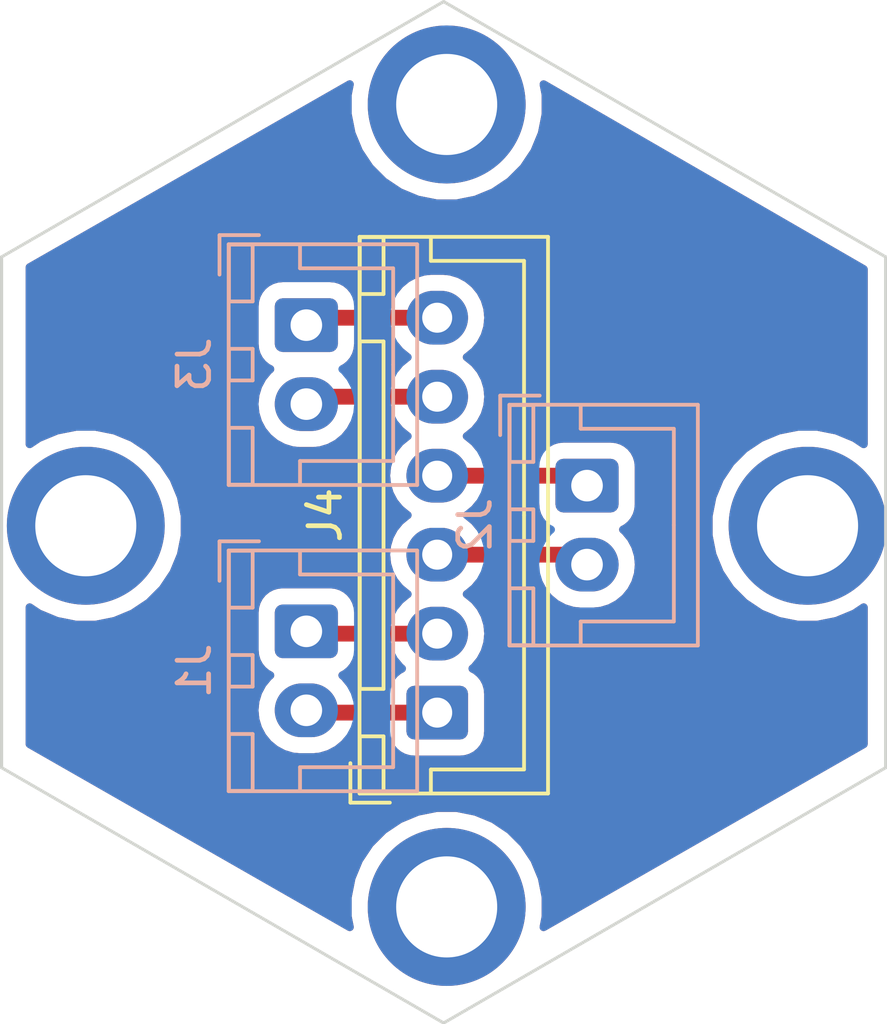
<source format=kicad_pcb>
(kicad_pcb (version 20171130) (host pcbnew "(5.1.10)-1")

  (general
    (thickness 1.6)
    (drawings 6)
    (tracks 16)
    (zones 0)
    (modules 4)
    (nets 7)
  )

  (page A4)
  (layers
    (0 F.Cu signal)
    (31 B.Cu signal)
    (32 B.Adhes user)
    (33 F.Adhes user)
    (34 B.Paste user)
    (35 F.Paste user)
    (36 B.SilkS user)
    (37 F.SilkS user)
    (38 B.Mask user)
    (39 F.Mask user)
    (40 Dwgs.User user)
    (41 Cmts.User user)
    (42 Eco1.User user)
    (43 Eco2.User user)
    (44 Edge.Cuts user)
    (45 Margin user)
    (46 B.CrtYd user)
    (47 F.CrtYd user)
    (48 B.Fab user)
    (49 F.Fab user)
  )

  (setup
    (last_trace_width 0.25)
    (trace_clearance 0.2)
    (zone_clearance 0.508)
    (zone_45_only no)
    (trace_min 0.2)
    (via_size 0.8)
    (via_drill 0.4)
    (via_min_size 0.4)
    (via_min_drill 0.3)
    (uvia_size 0.3)
    (uvia_drill 0.1)
    (uvias_allowed no)
    (uvia_min_size 0.2)
    (uvia_min_drill 0.1)
    (edge_width 0.05)
    (segment_width 0.2)
    (pcb_text_width 0.3)
    (pcb_text_size 1.5 1.5)
    (mod_edge_width 0.12)
    (mod_text_size 1 1)
    (mod_text_width 0.15)
    (pad_size 1.524 1.524)
    (pad_drill 0.762)
    (pad_to_mask_clearance 0)
    (aux_axis_origin 0 0)
    (visible_elements 7FFFFFFF)
    (pcbplotparams
      (layerselection 0x010fc_ffffffff)
      (usegerberextensions false)
      (usegerberattributes true)
      (usegerberadvancedattributes true)
      (creategerberjobfile true)
      (excludeedgelayer true)
      (linewidth 0.100000)
      (plotframeref false)
      (viasonmask false)
      (mode 1)
      (useauxorigin false)
      (hpglpennumber 1)
      (hpglpenspeed 20)
      (hpglpendiameter 15.000000)
      (psnegative false)
      (psa4output false)
      (plotreference true)
      (plotvalue true)
      (plotinvisibletext false)
      (padsonsilk false)
      (subtractmaskfromsilk false)
      (outputformat 1)
      (mirror false)
      (drillshape 0)
      (scaleselection 1)
      (outputdirectory "gerber/"))
  )

  (net 0 "")
  (net 1 "Net-(J1-Pad1)")
  (net 2 "Net-(J1-Pad2)")
  (net 3 "Net-(J2-Pad2)")
  (net 4 "Net-(J2-Pad1)")
  (net 5 "Net-(J3-Pad1)")
  (net 6 "Net-(J3-Pad2)")

  (net_class Default "This is the default net class."
    (clearance 0.2)
    (trace_width 0.25)
    (via_dia 0.8)
    (via_drill 0.4)
    (uvia_dia 0.3)
    (uvia_drill 0.1)
    (add_net "Net-(J1-Pad1)")
    (add_net "Net-(J1-Pad2)")
    (add_net "Net-(J2-Pad1)")
    (add_net "Net-(J2-Pad2)")
    (add_net "Net-(J3-Pad1)")
    (add_net "Net-(J3-Pad2)")
  )

  (module Connector_JST:JST_XH_B2B-XH-A_1x02_P2.50mm_Vertical (layer B.Cu) (tedit 5C28146C) (tstamp 61412C7F)
    (at 82.55 85.892 270)
    (descr "JST XH series connector, B2B-XH-A (http://www.jst-mfg.com/product/pdf/eng/eXH.pdf), generated with kicad-footprint-generator")
    (tags "connector JST XH vertical")
    (path /6140DBF3)
    (fp_text reference J1 (at 1.25 3.55 270) (layer B.SilkS)
      (effects (font (size 1 1) (thickness 0.15)) (justify mirror))
    )
    (fp_text value Conn_01x02 (at 1.25 -4.6 270) (layer B.Fab)
      (effects (font (size 1 1) (thickness 0.15)) (justify mirror))
    )
    (fp_line (start -2.85 2.75) (end -2.85 1.5) (layer B.SilkS) (width 0.12))
    (fp_line (start -1.6 2.75) (end -2.85 2.75) (layer B.SilkS) (width 0.12))
    (fp_line (start 4.3 -2.75) (end 1.25 -2.75) (layer B.SilkS) (width 0.12))
    (fp_line (start 4.3 0.2) (end 4.3 -2.75) (layer B.SilkS) (width 0.12))
    (fp_line (start 5.05 0.2) (end 4.3 0.2) (layer B.SilkS) (width 0.12))
    (fp_line (start -1.8 -2.75) (end 1.25 -2.75) (layer B.SilkS) (width 0.12))
    (fp_line (start -1.8 0.2) (end -1.8 -2.75) (layer B.SilkS) (width 0.12))
    (fp_line (start -2.55 0.2) (end -1.8 0.2) (layer B.SilkS) (width 0.12))
    (fp_line (start 5.05 2.45) (end 3.25 2.45) (layer B.SilkS) (width 0.12))
    (fp_line (start 5.05 1.7) (end 5.05 2.45) (layer B.SilkS) (width 0.12))
    (fp_line (start 3.25 1.7) (end 5.05 1.7) (layer B.SilkS) (width 0.12))
    (fp_line (start 3.25 2.45) (end 3.25 1.7) (layer B.SilkS) (width 0.12))
    (fp_line (start -0.75 2.45) (end -2.55 2.45) (layer B.SilkS) (width 0.12))
    (fp_line (start -0.75 1.7) (end -0.75 2.45) (layer B.SilkS) (width 0.12))
    (fp_line (start -2.55 1.7) (end -0.75 1.7) (layer B.SilkS) (width 0.12))
    (fp_line (start -2.55 2.45) (end -2.55 1.7) (layer B.SilkS) (width 0.12))
    (fp_line (start 1.75 2.45) (end 0.75 2.45) (layer B.SilkS) (width 0.12))
    (fp_line (start 1.75 1.7) (end 1.75 2.45) (layer B.SilkS) (width 0.12))
    (fp_line (start 0.75 1.7) (end 1.75 1.7) (layer B.SilkS) (width 0.12))
    (fp_line (start 0.75 2.45) (end 0.75 1.7) (layer B.SilkS) (width 0.12))
    (fp_line (start 0 1.35) (end 0.625 2.35) (layer B.Fab) (width 0.1))
    (fp_line (start -0.625 2.35) (end 0 1.35) (layer B.Fab) (width 0.1))
    (fp_line (start 5.45 2.85) (end -2.95 2.85) (layer B.CrtYd) (width 0.05))
    (fp_line (start 5.45 -3.9) (end 5.45 2.85) (layer B.CrtYd) (width 0.05))
    (fp_line (start -2.95 -3.9) (end 5.45 -3.9) (layer B.CrtYd) (width 0.05))
    (fp_line (start -2.95 2.85) (end -2.95 -3.9) (layer B.CrtYd) (width 0.05))
    (fp_line (start 5.06 2.46) (end -2.56 2.46) (layer B.SilkS) (width 0.12))
    (fp_line (start 5.06 -3.51) (end 5.06 2.46) (layer B.SilkS) (width 0.12))
    (fp_line (start -2.56 -3.51) (end 5.06 -3.51) (layer B.SilkS) (width 0.12))
    (fp_line (start -2.56 2.46) (end -2.56 -3.51) (layer B.SilkS) (width 0.12))
    (fp_line (start 4.95 2.35) (end -2.45 2.35) (layer B.Fab) (width 0.1))
    (fp_line (start 4.95 -3.4) (end 4.95 2.35) (layer B.Fab) (width 0.1))
    (fp_line (start -2.45 -3.4) (end 4.95 -3.4) (layer B.Fab) (width 0.1))
    (fp_line (start -2.45 2.35) (end -2.45 -3.4) (layer B.Fab) (width 0.1))
    (fp_text user %R (at 1.25 -2.7 270) (layer B.Fab)
      (effects (font (size 1 1) (thickness 0.15)) (justify mirror))
    )
    (pad 1 thru_hole roundrect (at 0 0 270) (size 1.7 2) (drill 1) (layers *.Cu *.Mask) (roundrect_rratio 0.1470588235294118)
      (net 1 "Net-(J1-Pad1)"))
    (pad 2 thru_hole oval (at 2.5 0 270) (size 1.7 2) (drill 1) (layers *.Cu *.Mask)
      (net 2 "Net-(J1-Pad2)"))
    (model ${KISYS3DMOD}/Connector_JST.3dshapes/JST_XH_B2B-XH-A_1x02_P2.50mm_Vertical.wrl
      (at (xyz 0 0 0))
      (scale (xyz 1 1 1))
      (rotate (xyz 0 0 0))
    )
  )

  (module Connector_JST:JST_XH_B2B-XH-A_1x02_P2.50mm_Vertical (layer B.Cu) (tedit 5C28146C) (tstamp 614122C2)
    (at 91.44 81.28 270)
    (descr "JST XH series connector, B2B-XH-A (http://www.jst-mfg.com/product/pdf/eng/eXH.pdf), generated with kicad-footprint-generator")
    (tags "connector JST XH vertical")
    (path /6140EB47)
    (fp_text reference J2 (at 1.25 3.55 270) (layer B.SilkS)
      (effects (font (size 1 1) (thickness 0.15)) (justify mirror))
    )
    (fp_text value Conn_01x02 (at 1.25 -4.6 270) (layer B.Fab)
      (effects (font (size 1 1) (thickness 0.15)) (justify mirror))
    )
    (fp_line (start -2.45 2.35) (end -2.45 -3.4) (layer B.Fab) (width 0.1))
    (fp_line (start -2.45 -3.4) (end 4.95 -3.4) (layer B.Fab) (width 0.1))
    (fp_line (start 4.95 -3.4) (end 4.95 2.35) (layer B.Fab) (width 0.1))
    (fp_line (start 4.95 2.35) (end -2.45 2.35) (layer B.Fab) (width 0.1))
    (fp_line (start -2.56 2.46) (end -2.56 -3.51) (layer B.SilkS) (width 0.12))
    (fp_line (start -2.56 -3.51) (end 5.06 -3.51) (layer B.SilkS) (width 0.12))
    (fp_line (start 5.06 -3.51) (end 5.06 2.46) (layer B.SilkS) (width 0.12))
    (fp_line (start 5.06 2.46) (end -2.56 2.46) (layer B.SilkS) (width 0.12))
    (fp_line (start -2.95 2.85) (end -2.95 -3.9) (layer B.CrtYd) (width 0.05))
    (fp_line (start -2.95 -3.9) (end 5.45 -3.9) (layer B.CrtYd) (width 0.05))
    (fp_line (start 5.45 -3.9) (end 5.45 2.85) (layer B.CrtYd) (width 0.05))
    (fp_line (start 5.45 2.85) (end -2.95 2.85) (layer B.CrtYd) (width 0.05))
    (fp_line (start -0.625 2.35) (end 0 1.35) (layer B.Fab) (width 0.1))
    (fp_line (start 0 1.35) (end 0.625 2.35) (layer B.Fab) (width 0.1))
    (fp_line (start 0.75 2.45) (end 0.75 1.7) (layer B.SilkS) (width 0.12))
    (fp_line (start 0.75 1.7) (end 1.75 1.7) (layer B.SilkS) (width 0.12))
    (fp_line (start 1.75 1.7) (end 1.75 2.45) (layer B.SilkS) (width 0.12))
    (fp_line (start 1.75 2.45) (end 0.75 2.45) (layer B.SilkS) (width 0.12))
    (fp_line (start -2.55 2.45) (end -2.55 1.7) (layer B.SilkS) (width 0.12))
    (fp_line (start -2.55 1.7) (end -0.75 1.7) (layer B.SilkS) (width 0.12))
    (fp_line (start -0.75 1.7) (end -0.75 2.45) (layer B.SilkS) (width 0.12))
    (fp_line (start -0.75 2.45) (end -2.55 2.45) (layer B.SilkS) (width 0.12))
    (fp_line (start 3.25 2.45) (end 3.25 1.7) (layer B.SilkS) (width 0.12))
    (fp_line (start 3.25 1.7) (end 5.05 1.7) (layer B.SilkS) (width 0.12))
    (fp_line (start 5.05 1.7) (end 5.05 2.45) (layer B.SilkS) (width 0.12))
    (fp_line (start 5.05 2.45) (end 3.25 2.45) (layer B.SilkS) (width 0.12))
    (fp_line (start -2.55 0.2) (end -1.8 0.2) (layer B.SilkS) (width 0.12))
    (fp_line (start -1.8 0.2) (end -1.8 -2.75) (layer B.SilkS) (width 0.12))
    (fp_line (start -1.8 -2.75) (end 1.25 -2.75) (layer B.SilkS) (width 0.12))
    (fp_line (start 5.05 0.2) (end 4.3 0.2) (layer B.SilkS) (width 0.12))
    (fp_line (start 4.3 0.2) (end 4.3 -2.75) (layer B.SilkS) (width 0.12))
    (fp_line (start 4.3 -2.75) (end 1.25 -2.75) (layer B.SilkS) (width 0.12))
    (fp_line (start -1.6 2.75) (end -2.85 2.75) (layer B.SilkS) (width 0.12))
    (fp_line (start -2.85 2.75) (end -2.85 1.5) (layer B.SilkS) (width 0.12))
    (fp_text user %R (at 1.25 -2.7 270) (layer B.Fab)
      (effects (font (size 1 1) (thickness 0.15)) (justify mirror))
    )
    (pad 2 thru_hole oval (at 2.5 0 270) (size 1.7 2) (drill 1) (layers *.Cu *.Mask)
      (net 3 "Net-(J2-Pad2)"))
    (pad 1 thru_hole roundrect (at 0 0 270) (size 1.7 2) (drill 1) (layers *.Cu *.Mask) (roundrect_rratio 0.1470588235294118)
      (net 4 "Net-(J2-Pad1)"))
    (model ${KISYS3DMOD}/Connector_JST.3dshapes/JST_XH_B2B-XH-A_1x02_P2.50mm_Vertical.wrl
      (at (xyz 0 0 0))
      (scale (xyz 1 1 1))
      (rotate (xyz 0 0 0))
    )
  )

  (module Connector_JST:JST_XH_B2B-XH-A_1x02_P2.50mm_Vertical (layer B.Cu) (tedit 5C28146C) (tstamp 61412106)
    (at 82.55 76.2 270)
    (descr "JST XH series connector, B2B-XH-A (http://www.jst-mfg.com/product/pdf/eng/eXH.pdf), generated with kicad-footprint-generator")
    (tags "connector JST XH vertical")
    (path /6140FECB)
    (fp_text reference J3 (at 1.25 3.55 270) (layer B.SilkS)
      (effects (font (size 1 1) (thickness 0.15)) (justify mirror))
    )
    (fp_text value Conn_01x02 (at 1.25 -4.6 270) (layer B.Fab)
      (effects (font (size 1 1) (thickness 0.15)) (justify mirror))
    )
    (fp_line (start -2.85 2.75) (end -2.85 1.5) (layer B.SilkS) (width 0.12))
    (fp_line (start -1.6 2.75) (end -2.85 2.75) (layer B.SilkS) (width 0.12))
    (fp_line (start 4.3 -2.75) (end 1.25 -2.75) (layer B.SilkS) (width 0.12))
    (fp_line (start 4.3 0.2) (end 4.3 -2.75) (layer B.SilkS) (width 0.12))
    (fp_line (start 5.05 0.2) (end 4.3 0.2) (layer B.SilkS) (width 0.12))
    (fp_line (start -1.8 -2.75) (end 1.25 -2.75) (layer B.SilkS) (width 0.12))
    (fp_line (start -1.8 0.2) (end -1.8 -2.75) (layer B.SilkS) (width 0.12))
    (fp_line (start -2.55 0.2) (end -1.8 0.2) (layer B.SilkS) (width 0.12))
    (fp_line (start 5.05 2.45) (end 3.25 2.45) (layer B.SilkS) (width 0.12))
    (fp_line (start 5.05 1.7) (end 5.05 2.45) (layer B.SilkS) (width 0.12))
    (fp_line (start 3.25 1.7) (end 5.05 1.7) (layer B.SilkS) (width 0.12))
    (fp_line (start 3.25 2.45) (end 3.25 1.7) (layer B.SilkS) (width 0.12))
    (fp_line (start -0.75 2.45) (end -2.55 2.45) (layer B.SilkS) (width 0.12))
    (fp_line (start -0.75 1.7) (end -0.75 2.45) (layer B.SilkS) (width 0.12))
    (fp_line (start -2.55 1.7) (end -0.75 1.7) (layer B.SilkS) (width 0.12))
    (fp_line (start -2.55 2.45) (end -2.55 1.7) (layer B.SilkS) (width 0.12))
    (fp_line (start 1.75 2.45) (end 0.75 2.45) (layer B.SilkS) (width 0.12))
    (fp_line (start 1.75 1.7) (end 1.75 2.45) (layer B.SilkS) (width 0.12))
    (fp_line (start 0.75 1.7) (end 1.75 1.7) (layer B.SilkS) (width 0.12))
    (fp_line (start 0.75 2.45) (end 0.75 1.7) (layer B.SilkS) (width 0.12))
    (fp_line (start 0 1.35) (end 0.625 2.35) (layer B.Fab) (width 0.1))
    (fp_line (start -0.625 2.35) (end 0 1.35) (layer B.Fab) (width 0.1))
    (fp_line (start 5.45 2.85) (end -2.95 2.85) (layer B.CrtYd) (width 0.05))
    (fp_line (start 5.45 -3.9) (end 5.45 2.85) (layer B.CrtYd) (width 0.05))
    (fp_line (start -2.95 -3.9) (end 5.45 -3.9) (layer B.CrtYd) (width 0.05))
    (fp_line (start -2.95 2.85) (end -2.95 -3.9) (layer B.CrtYd) (width 0.05))
    (fp_line (start 5.06 2.46) (end -2.56 2.46) (layer B.SilkS) (width 0.12))
    (fp_line (start 5.06 -3.51) (end 5.06 2.46) (layer B.SilkS) (width 0.12))
    (fp_line (start -2.56 -3.51) (end 5.06 -3.51) (layer B.SilkS) (width 0.12))
    (fp_line (start -2.56 2.46) (end -2.56 -3.51) (layer B.SilkS) (width 0.12))
    (fp_line (start 4.95 2.35) (end -2.45 2.35) (layer B.Fab) (width 0.1))
    (fp_line (start 4.95 -3.4) (end 4.95 2.35) (layer B.Fab) (width 0.1))
    (fp_line (start -2.45 -3.4) (end 4.95 -3.4) (layer B.Fab) (width 0.1))
    (fp_line (start -2.45 2.35) (end -2.45 -3.4) (layer B.Fab) (width 0.1))
    (fp_text user %R (at 1.25 -2.7 270) (layer B.Fab)
      (effects (font (size 1 1) (thickness 0.15)) (justify mirror))
    )
    (pad 1 thru_hole roundrect (at 0 0 270) (size 1.7 2) (drill 1) (layers *.Cu *.Mask) (roundrect_rratio 0.1470588235294118)
      (net 5 "Net-(J3-Pad1)"))
    (pad 2 thru_hole oval (at 2.5 0 270) (size 1.7 2) (drill 1) (layers *.Cu *.Mask)
      (net 6 "Net-(J3-Pad2)"))
    (model ${KISYS3DMOD}/Connector_JST.3dshapes/JST_XH_B2B-XH-A_1x02_P2.50mm_Vertical.wrl
      (at (xyz 0 0 0))
      (scale (xyz 1 1 1))
      (rotate (xyz 0 0 0))
    )
  )

  (module Connector_JST:JST_XH_B6B-XH-A_1x06_P2.50mm_Vertical (layer F.Cu) (tedit 5C28146C) (tstamp 61411DAE)
    (at 86.695001 88.464999 90)
    (descr "JST XH series connector, B6B-XH-A (http://www.jst-mfg.com/product/pdf/eng/eXH.pdf), generated with kicad-footprint-generator")
    (tags "connector JST XH vertical")
    (path /6140B6ED)
    (fp_text reference J4 (at 6.25 -3.55 90) (layer F.SilkS)
      (effects (font (size 1 1) (thickness 0.15)))
    )
    (fp_text value Conn_01x06 (at 6.25 4.6 90) (layer F.Fab)
      (effects (font (size 1 1) (thickness 0.15)))
    )
    (fp_line (start -2.85 -2.75) (end -2.85 -1.5) (layer F.SilkS) (width 0.12))
    (fp_line (start -1.6 -2.75) (end -2.85 -2.75) (layer F.SilkS) (width 0.12))
    (fp_line (start 14.3 2.75) (end 6.25 2.75) (layer F.SilkS) (width 0.12))
    (fp_line (start 14.3 -0.2) (end 14.3 2.75) (layer F.SilkS) (width 0.12))
    (fp_line (start 15.05 -0.2) (end 14.3 -0.2) (layer F.SilkS) (width 0.12))
    (fp_line (start -1.8 2.75) (end 6.25 2.75) (layer F.SilkS) (width 0.12))
    (fp_line (start -1.8 -0.2) (end -1.8 2.75) (layer F.SilkS) (width 0.12))
    (fp_line (start -2.55 -0.2) (end -1.8 -0.2) (layer F.SilkS) (width 0.12))
    (fp_line (start 15.05 -2.45) (end 13.25 -2.45) (layer F.SilkS) (width 0.12))
    (fp_line (start 15.05 -1.7) (end 15.05 -2.45) (layer F.SilkS) (width 0.12))
    (fp_line (start 13.25 -1.7) (end 15.05 -1.7) (layer F.SilkS) (width 0.12))
    (fp_line (start 13.25 -2.45) (end 13.25 -1.7) (layer F.SilkS) (width 0.12))
    (fp_line (start -0.75 -2.45) (end -2.55 -2.45) (layer F.SilkS) (width 0.12))
    (fp_line (start -0.75 -1.7) (end -0.75 -2.45) (layer F.SilkS) (width 0.12))
    (fp_line (start -2.55 -1.7) (end -0.75 -1.7) (layer F.SilkS) (width 0.12))
    (fp_line (start -2.55 -2.45) (end -2.55 -1.7) (layer F.SilkS) (width 0.12))
    (fp_line (start 11.75 -2.45) (end 0.75 -2.45) (layer F.SilkS) (width 0.12))
    (fp_line (start 11.75 -1.7) (end 11.75 -2.45) (layer F.SilkS) (width 0.12))
    (fp_line (start 0.75 -1.7) (end 11.75 -1.7) (layer F.SilkS) (width 0.12))
    (fp_line (start 0.75 -2.45) (end 0.75 -1.7) (layer F.SilkS) (width 0.12))
    (fp_line (start 0 -1.35) (end 0.625 -2.35) (layer F.Fab) (width 0.1))
    (fp_line (start -0.625 -2.35) (end 0 -1.35) (layer F.Fab) (width 0.1))
    (fp_line (start 15.45 -2.85) (end -2.95 -2.85) (layer F.CrtYd) (width 0.05))
    (fp_line (start 15.45 3.9) (end 15.45 -2.85) (layer F.CrtYd) (width 0.05))
    (fp_line (start -2.95 3.9) (end 15.45 3.9) (layer F.CrtYd) (width 0.05))
    (fp_line (start -2.95 -2.85) (end -2.95 3.9) (layer F.CrtYd) (width 0.05))
    (fp_line (start 15.06 -2.46) (end -2.56 -2.46) (layer F.SilkS) (width 0.12))
    (fp_line (start 15.06 3.51) (end 15.06 -2.46) (layer F.SilkS) (width 0.12))
    (fp_line (start -2.56 3.51) (end 15.06 3.51) (layer F.SilkS) (width 0.12))
    (fp_line (start -2.56 -2.46) (end -2.56 3.51) (layer F.SilkS) (width 0.12))
    (fp_line (start 14.95 -2.35) (end -2.45 -2.35) (layer F.Fab) (width 0.1))
    (fp_line (start 14.95 3.4) (end 14.95 -2.35) (layer F.Fab) (width 0.1))
    (fp_line (start -2.45 3.4) (end 14.95 3.4) (layer F.Fab) (width 0.1))
    (fp_line (start -2.45 -2.35) (end -2.45 3.4) (layer F.Fab) (width 0.1))
    (fp_text user %R (at 6.25 2.7 90) (layer F.Fab)
      (effects (font (size 1 1) (thickness 0.15)))
    )
    (pad 1 thru_hole roundrect (at 0 0 90) (size 1.7 1.95) (drill 0.95) (layers *.Cu *.Mask) (roundrect_rratio 0.1470588235294118)
      (net 2 "Net-(J1-Pad2)"))
    (pad 2 thru_hole oval (at 2.5 0 90) (size 1.7 1.95) (drill 0.95) (layers *.Cu *.Mask)
      (net 1 "Net-(J1-Pad1)"))
    (pad 3 thru_hole oval (at 5 0 90) (size 1.7 1.95) (drill 0.95) (layers *.Cu *.Mask)
      (net 3 "Net-(J2-Pad2)"))
    (pad 4 thru_hole oval (at 7.5 0 90) (size 1.7 1.95) (drill 0.95) (layers *.Cu *.Mask)
      (net 4 "Net-(J2-Pad1)"))
    (pad 5 thru_hole oval (at 10 0 90) (size 1.7 1.95) (drill 0.95) (layers *.Cu *.Mask)
      (net 6 "Net-(J3-Pad2)"))
    (pad 6 thru_hole oval (at 12.5 0 90) (size 1.7 1.95) (drill 0.95) (layers *.Cu *.Mask)
      (net 5 "Net-(J3-Pad1)"))
    (model ${KISYS3DMOD}/Connector_JST.3dshapes/JST_XH_B6B-XH-A_1x06_P2.50mm_Vertical.wrl
      (at (xyz 0 0 0))
      (scale (xyz 1 1 1))
      (rotate (xyz 0 0 0))
    )
  )

  (gr_line (start 100.898 74.041) (end 86.898 65.958096) (layer Edge.Cuts) (width 0.1))
  (gr_line (start 86.898 65.958096) (end 72.898 74.041) (layer Edge.Cuts) (width 0.1))
  (gr_line (start 100.898 90.206808) (end 100.898 74.041) (layer Edge.Cuts) (width 0.1))
  (gr_line (start 86.898 98.289712) (end 100.898 90.206808) (layer Edge.Cuts) (width 0.1))
  (gr_line (start 72.898 90.206808) (end 86.898 98.289712) (layer Edge.Cuts) (width 0.1))
  (gr_line (start 72.898 74.041) (end 72.898 90.206808) (layer Edge.Cuts) (width 0.1))

  (via (at 75.565 82.55) (size 5) (drill 3.2) (layers F.Cu B.Cu) (net 0) (tstamp 6153F809))
  (via (at 86.995 94.615) (size 5) (drill 3.2) (layers F.Cu B.Cu) (net 0) (tstamp 6153F814))
  (via (at 98.425 82.55) (size 5) (drill 3.2) (layers F.Cu B.Cu) (net 0) (tstamp 6153F820))
  (via (at 86.995 69.215) (size 5) (drill 3.2) (layers F.Cu B.Cu) (net 0) (tstamp 6153F826))
  (segment (start 82.622999 85.964999) (end 82.55 85.892) (width 0.25) (layer F.Cu) (net 1))
  (segment (start 86.695001 85.964999) (end 82.622999 85.964999) (width 0.5) (layer F.Cu) (net 1))
  (segment (start 82.622999 88.464999) (end 82.55 88.392) (width 0.25) (layer F.Cu) (net 2))
  (segment (start 86.695001 88.464999) (end 82.622999 88.464999) (width 0.5) (layer F.Cu) (net 2))
  (segment (start 91.124999 83.464999) (end 91.44 83.78) (width 0.25) (layer F.Cu) (net 3))
  (segment (start 86.695001 83.464999) (end 91.124999 83.464999) (width 0.5) (layer F.Cu) (net 3))
  (segment (start 91.124999 80.964999) (end 91.44 81.28) (width 0.25) (layer F.Cu) (net 4))
  (segment (start 86.695001 80.964999) (end 91.124999 80.964999) (width 0.5) (layer F.Cu) (net 4))
  (segment (start 82.785001 75.964999) (end 82.55 76.2) (width 0.25) (layer F.Cu) (net 5))
  (segment (start 86.695001 75.964999) (end 82.785001 75.964999) (width 0.5) (layer F.Cu) (net 5))
  (segment (start 82.785001 78.464999) (end 82.55 78.7) (width 0.25) (layer F.Cu) (net 6))
  (segment (start 86.695001 78.464999) (end 82.785001 78.464999) (width 0.5) (layer F.Cu) (net 6))

  (zone (net 0) (net_name "") (layer F.Cu) (tstamp 0) (hatch edge 0.508)
    (connect_pads (clearance 0.508))
    (min_thickness 0.254)
    (fill yes (arc_segments 32) (thermal_gap 0.508) (thermal_bridge_width 0.508))
    (polygon
      (pts
        (xy 100.33 74.295) (xy 100.33 89.535) (xy 86.995 97.155) (xy 73.66 89.535) (xy 73.66 74.295)
        (xy 86.995 66.675)
      )
    )
    (filled_polygon
      (pts
        (xy 83.86 68.906229) (xy 83.86 69.523771) (xy 83.980476 70.129446) (xy 84.216799 70.699979) (xy 84.559886 71.213446)
        (xy 84.996554 71.650114) (xy 85.510021 71.993201) (xy 86.080554 72.229524) (xy 86.686229 72.35) (xy 87.303771 72.35)
        (xy 87.909446 72.229524) (xy 88.479979 71.993201) (xy 88.993446 71.650114) (xy 89.430114 71.213446) (xy 89.773201 70.699979)
        (xy 90.009524 70.129446) (xy 90.13 69.523771) (xy 90.13 68.906229) (xy 90.064569 68.577285) (xy 100.203 74.430712)
        (xy 100.203 79.967589) (xy 99.909979 79.771799) (xy 99.339446 79.535476) (xy 98.733771 79.415) (xy 98.116229 79.415)
        (xy 97.510554 79.535476) (xy 96.940021 79.771799) (xy 96.426554 80.114886) (xy 95.989886 80.551554) (xy 95.646799 81.065021)
        (xy 95.410476 81.635554) (xy 95.29 82.241229) (xy 95.29 82.858771) (xy 95.410476 83.464446) (xy 95.646799 84.034979)
        (xy 95.989886 84.548446) (xy 96.426554 84.985114) (xy 96.940021 85.328201) (xy 97.510554 85.564524) (xy 98.116229 85.685)
        (xy 98.733771 85.685) (xy 99.339446 85.564524) (xy 99.909979 85.328201) (xy 100.203 85.132411) (xy 100.203 89.461299)
        (xy 90.064126 95.254941) (xy 90.13 94.923771) (xy 90.13 94.306229) (xy 90.009524 93.700554) (xy 89.773201 93.130021)
        (xy 89.430114 92.616554) (xy 88.993446 92.179886) (xy 88.479979 91.836799) (xy 87.909446 91.600476) (xy 87.303771 91.48)
        (xy 86.686229 91.48) (xy 86.080554 91.600476) (xy 85.510021 91.836799) (xy 84.996554 92.179886) (xy 84.559886 92.616554)
        (xy 84.216799 93.130021) (xy 83.980476 93.700554) (xy 83.86 94.306229) (xy 83.86 94.923771) (xy 83.925874 95.254941)
        (xy 73.787 89.461299) (xy 73.787 85.132411) (xy 74.080021 85.328201) (xy 74.650554 85.564524) (xy 75.256229 85.685)
        (xy 75.873771 85.685) (xy 76.479446 85.564524) (xy 77.049979 85.328201) (xy 77.563446 84.985114) (xy 78.000114 84.548446)
        (xy 78.343201 84.034979) (xy 78.579524 83.464446) (xy 78.7 82.858771) (xy 78.7 82.241229) (xy 78.579524 81.635554)
        (xy 78.343201 81.065021) (xy 78.000114 80.551554) (xy 77.563446 80.114886) (xy 77.049979 79.771799) (xy 76.479446 79.535476)
        (xy 75.873771 79.415) (xy 75.256229 79.415) (xy 74.650554 79.535476) (xy 74.080021 79.771799) (xy 73.787 79.967589)
        (xy 73.787 78.7) (xy 80.907815 78.7) (xy 80.936487 78.991111) (xy 81.021401 79.271034) (xy 81.159294 79.529014)
        (xy 81.344866 79.755134) (xy 81.570986 79.940706) (xy 81.828966 80.078599) (xy 82.108889 80.163513) (xy 82.32705 80.185)
        (xy 82.77295 80.185) (xy 82.991111 80.163513) (xy 83.271034 80.078599) (xy 83.529014 79.940706) (xy 83.755134 79.755134)
        (xy 83.940706 79.529014) (xy 84.036391 79.349999) (xy 85.375242 79.349999) (xy 85.514867 79.520133) (xy 85.740987 79.705705)
        (xy 85.758375 79.714999) (xy 85.740987 79.724293) (xy 85.514867 79.909865) (xy 85.329295 80.135985) (xy 85.191402 80.393965)
        (xy 85.106488 80.673888) (xy 85.077816 80.964999) (xy 85.106488 81.25611) (xy 85.191402 81.536033) (xy 85.329295 81.794013)
        (xy 85.514867 82.020133) (xy 85.740987 82.205705) (xy 85.758375 82.214999) (xy 85.740987 82.224293) (xy 85.514867 82.409865)
        (xy 85.329295 82.635985) (xy 85.191402 82.893965) (xy 85.106488 83.173888) (xy 85.077816 83.464999) (xy 85.106488 83.75611)
        (xy 85.191402 84.036033) (xy 85.329295 84.294013) (xy 85.514867 84.520133) (xy 85.740987 84.705705) (xy 85.758375 84.714999)
        (xy 85.740987 84.724293) (xy 85.514867 84.909865) (xy 85.375242 85.079999) (xy 84.159254 85.079999) (xy 84.120472 84.95215)
        (xy 84.038405 84.798614) (xy 83.927962 84.664038) (xy 83.793386 84.553595) (xy 83.63985 84.471528) (xy 83.473254 84.420992)
        (xy 83.3 84.403928) (xy 81.8 84.403928) (xy 81.626746 84.420992) (xy 81.46015 84.471528) (xy 81.306614 84.553595)
        (xy 81.172038 84.664038) (xy 81.061595 84.798614) (xy 80.979528 84.95215) (xy 80.928992 85.118746) (xy 80.911928 85.292)
        (xy 80.911928 86.492) (xy 80.928992 86.665254) (xy 80.979528 86.83185) (xy 81.061595 86.985386) (xy 81.172038 87.119962)
        (xy 81.306614 87.230405) (xy 81.408337 87.284777) (xy 81.344866 87.336866) (xy 81.159294 87.562986) (xy 81.021401 87.820966)
        (xy 80.936487 88.100889) (xy 80.907815 88.392) (xy 80.936487 88.683111) (xy 81.021401 88.963034) (xy 81.159294 89.221014)
        (xy 81.344866 89.447134) (xy 81.570986 89.632706) (xy 81.828966 89.770599) (xy 82.108889 89.855513) (xy 82.32705 89.877)
        (xy 82.77295 89.877) (xy 82.991111 89.855513) (xy 83.271034 89.770599) (xy 83.529014 89.632706) (xy 83.755134 89.447134)
        (xy 83.834851 89.349999) (xy 85.132891 89.349999) (xy 85.149529 89.404849) (xy 85.231596 89.558385) (xy 85.342039 89.692961)
        (xy 85.476615 89.803404) (xy 85.630151 89.885471) (xy 85.796747 89.936007) (xy 85.970001 89.953071) (xy 87.420001 89.953071)
        (xy 87.593255 89.936007) (xy 87.759851 89.885471) (xy 87.913387 89.803404) (xy 88.047963 89.692961) (xy 88.158406 89.558385)
        (xy 88.240473 89.404849) (xy 88.291009 89.238253) (xy 88.308073 89.064999) (xy 88.308073 87.864999) (xy 88.291009 87.691745)
        (xy 88.240473 87.525149) (xy 88.158406 87.371613) (xy 88.047963 87.237037) (xy 87.913387 87.126594) (xy 87.811664 87.072222)
        (xy 87.875135 87.020133) (xy 88.060707 86.794013) (xy 88.1986 86.536033) (xy 88.283514 86.25611) (xy 88.312186 85.964999)
        (xy 88.283514 85.673888) (xy 88.1986 85.393965) (xy 88.060707 85.135985) (xy 87.875135 84.909865) (xy 87.649015 84.724293)
        (xy 87.631627 84.714999) (xy 87.649015 84.705705) (xy 87.875135 84.520133) (xy 88.01476 84.349999) (xy 89.911087 84.349999)
        (xy 89.911401 84.351034) (xy 90.049294 84.609014) (xy 90.234866 84.835134) (xy 90.460986 85.020706) (xy 90.718966 85.158599)
        (xy 90.998889 85.243513) (xy 91.21705 85.265) (xy 91.66295 85.265) (xy 91.881111 85.243513) (xy 92.161034 85.158599)
        (xy 92.419014 85.020706) (xy 92.645134 84.835134) (xy 92.830706 84.609014) (xy 92.968599 84.351034) (xy 93.053513 84.071111)
        (xy 93.082185 83.78) (xy 93.053513 83.488889) (xy 92.968599 83.208966) (xy 92.830706 82.950986) (xy 92.645134 82.724866)
        (xy 92.581663 82.672777) (xy 92.683386 82.618405) (xy 92.817962 82.507962) (xy 92.928405 82.373386) (xy 93.010472 82.21985)
        (xy 93.061008 82.053254) (xy 93.078072 81.88) (xy 93.078072 80.68) (xy 93.061008 80.506746) (xy 93.010472 80.34015)
        (xy 92.928405 80.186614) (xy 92.817962 80.052038) (xy 92.683386 79.941595) (xy 92.52985 79.859528) (xy 92.363254 79.808992)
        (xy 92.19 79.791928) (xy 90.69 79.791928) (xy 90.516746 79.808992) (xy 90.35015 79.859528) (xy 90.196614 79.941595)
        (xy 90.062038 80.052038) (xy 90.039091 80.079999) (xy 88.01476 80.079999) (xy 87.875135 79.909865) (xy 87.649015 79.724293)
        (xy 87.631627 79.714999) (xy 87.649015 79.705705) (xy 87.875135 79.520133) (xy 88.060707 79.294013) (xy 88.1986 79.036033)
        (xy 88.283514 78.75611) (xy 88.312186 78.464999) (xy 88.283514 78.173888) (xy 88.1986 77.893965) (xy 88.060707 77.635985)
        (xy 87.875135 77.409865) (xy 87.649015 77.224293) (xy 87.631627 77.214999) (xy 87.649015 77.205705) (xy 87.875135 77.020133)
        (xy 88.060707 76.794013) (xy 88.1986 76.536033) (xy 88.283514 76.25611) (xy 88.312186 75.964999) (xy 88.283514 75.673888)
        (xy 88.1986 75.393965) (xy 88.060707 75.135985) (xy 87.875135 74.909865) (xy 87.649015 74.724293) (xy 87.391035 74.5864)
        (xy 87.111112 74.501486) (xy 86.892951 74.479999) (xy 86.497051 74.479999) (xy 86.27889 74.501486) (xy 85.998967 74.5864)
        (xy 85.740987 74.724293) (xy 85.514867 74.909865) (xy 85.375242 75.079999) (xy 84.016563 75.079999) (xy 83.927962 74.972038)
        (xy 83.793386 74.861595) (xy 83.63985 74.779528) (xy 83.473254 74.728992) (xy 83.3 74.711928) (xy 81.8 74.711928)
        (xy 81.626746 74.728992) (xy 81.46015 74.779528) (xy 81.306614 74.861595) (xy 81.172038 74.972038) (xy 81.061595 75.106614)
        (xy 80.979528 75.26015) (xy 80.928992 75.426746) (xy 80.911928 75.6) (xy 80.911928 76.8) (xy 80.928992 76.973254)
        (xy 80.979528 77.13985) (xy 81.061595 77.293386) (xy 81.172038 77.427962) (xy 81.306614 77.538405) (xy 81.408337 77.592777)
        (xy 81.344866 77.644866) (xy 81.159294 77.870986) (xy 81.021401 78.128966) (xy 80.936487 78.408889) (xy 80.907815 78.7)
        (xy 73.787 78.7) (xy 73.787 74.368701) (xy 83.925874 68.575059)
      )
    )
    (filled_polygon
      (pts
        (xy 85.514867 87.020133) (xy 85.578338 87.072222) (xy 85.476615 87.126594) (xy 85.342039 87.237037) (xy 85.231596 87.371613)
        (xy 85.149529 87.525149) (xy 85.132891 87.579999) (xy 83.9498 87.579999) (xy 83.940706 87.562986) (xy 83.755134 87.336866)
        (xy 83.691663 87.284777) (xy 83.793386 87.230405) (xy 83.927962 87.119962) (xy 84.038405 86.985386) (xy 84.110771 86.849999)
        (xy 85.375242 86.849999)
      )
    )
    (filled_polygon
      (pts
        (xy 89.801928 81.88) (xy 89.818992 82.053254) (xy 89.869528 82.21985) (xy 89.951595 82.373386) (xy 90.062038 82.507962)
        (xy 90.149816 82.579999) (xy 88.01476 82.579999) (xy 87.875135 82.409865) (xy 87.649015 82.224293) (xy 87.631627 82.214999)
        (xy 87.649015 82.205705) (xy 87.875135 82.020133) (xy 88.01476 81.849999) (xy 89.801928 81.849999)
      )
    )
    (filled_polygon
      (pts
        (xy 85.514867 77.020133) (xy 85.740987 77.205705) (xy 85.758375 77.214999) (xy 85.740987 77.224293) (xy 85.514867 77.409865)
        (xy 85.375242 77.579999) (xy 83.715569 77.579999) (xy 83.793386 77.538405) (xy 83.927962 77.427962) (xy 84.038405 77.293386)
        (xy 84.120472 77.13985) (xy 84.171008 76.973254) (xy 84.183148 76.849999) (xy 85.375242 76.849999)
      )
    )
  )
  (zone (net 0) (net_name "") (layer B.Cu) (tstamp 0) (hatch edge 0.508)
    (connect_pads (clearance 0.508))
    (min_thickness 0.254)
    (fill yes (arc_segments 32) (thermal_gap 0.508) (thermal_bridge_width 0.508))
    (polygon
      (pts
        (xy 100.33 74.295) (xy 100.33 89.535) (xy 86.995 97.155) (xy 73.66 89.535) (xy 73.66 74.295)
        (xy 86.995 66.675)
      )
    )
    (filled_polygon
      (pts
        (xy 83.86 68.906229) (xy 83.86 69.523771) (xy 83.980476 70.129446) (xy 84.216799 70.699979) (xy 84.559886 71.213446)
        (xy 84.996554 71.650114) (xy 85.510021 71.993201) (xy 86.080554 72.229524) (xy 86.686229 72.35) (xy 87.303771 72.35)
        (xy 87.909446 72.229524) (xy 88.479979 71.993201) (xy 88.993446 71.650114) (xy 89.430114 71.213446) (xy 89.773201 70.699979)
        (xy 90.009524 70.129446) (xy 90.13 69.523771) (xy 90.13 68.906229) (xy 90.064569 68.577285) (xy 100.203 74.430712)
        (xy 100.203 79.967589) (xy 99.909979 79.771799) (xy 99.339446 79.535476) (xy 98.733771 79.415) (xy 98.116229 79.415)
        (xy 97.510554 79.535476) (xy 96.940021 79.771799) (xy 96.426554 80.114886) (xy 95.989886 80.551554) (xy 95.646799 81.065021)
        (xy 95.410476 81.635554) (xy 95.29 82.241229) (xy 95.29 82.858771) (xy 95.410476 83.464446) (xy 95.646799 84.034979)
        (xy 95.989886 84.548446) (xy 96.426554 84.985114) (xy 96.940021 85.328201) (xy 97.510554 85.564524) (xy 98.116229 85.685)
        (xy 98.733771 85.685) (xy 99.339446 85.564524) (xy 99.909979 85.328201) (xy 100.203 85.132411) (xy 100.203 89.461299)
        (xy 90.064126 95.254941) (xy 90.13 94.923771) (xy 90.13 94.306229) (xy 90.009524 93.700554) (xy 89.773201 93.130021)
        (xy 89.430114 92.616554) (xy 88.993446 92.179886) (xy 88.479979 91.836799) (xy 87.909446 91.600476) (xy 87.303771 91.48)
        (xy 86.686229 91.48) (xy 86.080554 91.600476) (xy 85.510021 91.836799) (xy 84.996554 92.179886) (xy 84.559886 92.616554)
        (xy 84.216799 93.130021) (xy 83.980476 93.700554) (xy 83.86 94.306229) (xy 83.86 94.923771) (xy 83.925874 95.254941)
        (xy 73.787 89.461299) (xy 73.787 88.392) (xy 80.907815 88.392) (xy 80.936487 88.683111) (xy 81.021401 88.963034)
        (xy 81.159294 89.221014) (xy 81.344866 89.447134) (xy 81.570986 89.632706) (xy 81.828966 89.770599) (xy 82.108889 89.855513)
        (xy 82.32705 89.877) (xy 82.77295 89.877) (xy 82.991111 89.855513) (xy 83.271034 89.770599) (xy 83.529014 89.632706)
        (xy 83.755134 89.447134) (xy 83.940706 89.221014) (xy 84.078599 88.963034) (xy 84.163513 88.683111) (xy 84.192185 88.392)
        (xy 84.163513 88.100889) (xy 84.078599 87.820966) (xy 83.940706 87.562986) (xy 83.755134 87.336866) (xy 83.691663 87.284777)
        (xy 83.793386 87.230405) (xy 83.927962 87.119962) (xy 84.038405 86.985386) (xy 84.120472 86.83185) (xy 84.171008 86.665254)
        (xy 84.188072 86.492) (xy 84.188072 85.292) (xy 84.171008 85.118746) (xy 84.120472 84.95215) (xy 84.038405 84.798614)
        (xy 83.927962 84.664038) (xy 83.793386 84.553595) (xy 83.63985 84.471528) (xy 83.473254 84.420992) (xy 83.3 84.403928)
        (xy 81.8 84.403928) (xy 81.626746 84.420992) (xy 81.46015 84.471528) (xy 81.306614 84.553595) (xy 81.172038 84.664038)
        (xy 81.061595 84.798614) (xy 80.979528 84.95215) (xy 80.928992 85.118746) (xy 80.911928 85.292) (xy 80.911928 86.492)
        (xy 80.928992 86.665254) (xy 80.979528 86.83185) (xy 81.061595 86.985386) (xy 81.172038 87.119962) (xy 81.306614 87.230405)
        (xy 81.408337 87.284777) (xy 81.344866 87.336866) (xy 81.159294 87.562986) (xy 81.021401 87.820966) (xy 80.936487 88.100889)
        (xy 80.907815 88.392) (xy 73.787 88.392) (xy 73.787 85.132411) (xy 74.080021 85.328201) (xy 74.650554 85.564524)
        (xy 75.256229 85.685) (xy 75.873771 85.685) (xy 76.479446 85.564524) (xy 77.049979 85.328201) (xy 77.563446 84.985114)
        (xy 78.000114 84.548446) (xy 78.343201 84.034979) (xy 78.579524 83.464446) (xy 78.7 82.858771) (xy 78.7 82.241229)
        (xy 78.579524 81.635554) (xy 78.343201 81.065021) (xy 78.000114 80.551554) (xy 77.563446 80.114886) (xy 77.049979 79.771799)
        (xy 76.479446 79.535476) (xy 75.873771 79.415) (xy 75.256229 79.415) (xy 74.650554 79.535476) (xy 74.080021 79.771799)
        (xy 73.787 79.967589) (xy 73.787 78.7) (xy 80.907815 78.7) (xy 80.936487 78.991111) (xy 81.021401 79.271034)
        (xy 81.159294 79.529014) (xy 81.344866 79.755134) (xy 81.570986 79.940706) (xy 81.828966 80.078599) (xy 82.108889 80.163513)
        (xy 82.32705 80.185) (xy 82.77295 80.185) (xy 82.991111 80.163513) (xy 83.271034 80.078599) (xy 83.529014 79.940706)
        (xy 83.755134 79.755134) (xy 83.940706 79.529014) (xy 84.078599 79.271034) (xy 84.163513 78.991111) (xy 84.192185 78.7)
        (xy 84.163513 78.408889) (xy 84.078599 78.128966) (xy 83.940706 77.870986) (xy 83.755134 77.644866) (xy 83.691663 77.592777)
        (xy 83.793386 77.538405) (xy 83.927962 77.427962) (xy 84.038405 77.293386) (xy 84.120472 77.13985) (xy 84.171008 76.973254)
        (xy 84.188072 76.8) (xy 84.188072 75.964999) (xy 85.077816 75.964999) (xy 85.106488 76.25611) (xy 85.191402 76.536033)
        (xy 85.329295 76.794013) (xy 85.514867 77.020133) (xy 85.740987 77.205705) (xy 85.758375 77.214999) (xy 85.740987 77.224293)
        (xy 85.514867 77.409865) (xy 85.329295 77.635985) (xy 85.191402 77.893965) (xy 85.106488 78.173888) (xy 85.077816 78.464999)
        (xy 85.106488 78.75611) (xy 85.191402 79.036033) (xy 85.329295 79.294013) (xy 85.514867 79.520133) (xy 85.740987 79.705705)
        (xy 85.758375 79.714999) (xy 85.740987 79.724293) (xy 85.514867 79.909865) (xy 85.329295 80.135985) (xy 85.191402 80.393965)
        (xy 85.106488 80.673888) (xy 85.077816 80.964999) (xy 85.106488 81.25611) (xy 85.191402 81.536033) (xy 85.329295 81.794013)
        (xy 85.514867 82.020133) (xy 85.740987 82.205705) (xy 85.758375 82.214999) (xy 85.740987 82.224293) (xy 85.514867 82.409865)
        (xy 85.329295 82.635985) (xy 85.191402 82.893965) (xy 85.106488 83.173888) (xy 85.077816 83.464999) (xy 85.106488 83.75611)
        (xy 85.191402 84.036033) (xy 85.329295 84.294013) (xy 85.514867 84.520133) (xy 85.740987 84.705705) (xy 85.758375 84.714999)
        (xy 85.740987 84.724293) (xy 85.514867 84.909865) (xy 85.329295 85.135985) (xy 85.191402 85.393965) (xy 85.106488 85.673888)
        (xy 85.077816 85.964999) (xy 85.106488 86.25611) (xy 85.191402 86.536033) (xy 85.329295 86.794013) (xy 85.514867 87.020133)
        (xy 85.578338 87.072222) (xy 85.476615 87.126594) (xy 85.342039 87.237037) (xy 85.231596 87.371613) (xy 85.149529 87.525149)
        (xy 85.098993 87.691745) (xy 85.081929 87.864999) (xy 85.081929 89.064999) (xy 85.098993 89.238253) (xy 85.149529 89.404849)
        (xy 85.231596 89.558385) (xy 85.342039 89.692961) (xy 85.476615 89.803404) (xy 85.630151 89.885471) (xy 85.796747 89.936007)
        (xy 85.970001 89.953071) (xy 87.420001 89.953071) (xy 87.593255 89.936007) (xy 87.759851 89.885471) (xy 87.913387 89.803404)
        (xy 88.047963 89.692961) (xy 88.158406 89.558385) (xy 88.240473 89.404849) (xy 88.291009 89.238253) (xy 88.308073 89.064999)
        (xy 88.308073 87.864999) (xy 88.291009 87.691745) (xy 88.240473 87.525149) (xy 88.158406 87.371613) (xy 88.047963 87.237037)
        (xy 87.913387 87.126594) (xy 87.811664 87.072222) (xy 87.875135 87.020133) (xy 88.060707 86.794013) (xy 88.1986 86.536033)
        (xy 88.283514 86.25611) (xy 88.312186 85.964999) (xy 88.283514 85.673888) (xy 88.1986 85.393965) (xy 88.060707 85.135985)
        (xy 87.875135 84.909865) (xy 87.649015 84.724293) (xy 87.631627 84.714999) (xy 87.649015 84.705705) (xy 87.875135 84.520133)
        (xy 88.060707 84.294013) (xy 88.1986 84.036033) (xy 88.276267 83.78) (xy 89.797815 83.78) (xy 89.826487 84.071111)
        (xy 89.911401 84.351034) (xy 90.049294 84.609014) (xy 90.234866 84.835134) (xy 90.460986 85.020706) (xy 90.718966 85.158599)
        (xy 90.998889 85.243513) (xy 91.21705 85.265) (xy 91.66295 85.265) (xy 91.881111 85.243513) (xy 92.161034 85.158599)
        (xy 92.419014 85.020706) (xy 92.645134 84.835134) (xy 92.830706 84.609014) (xy 92.968599 84.351034) (xy 93.053513 84.071111)
        (xy 93.082185 83.78) (xy 93.053513 83.488889) (xy 92.968599 83.208966) (xy 92.830706 82.950986) (xy 92.645134 82.724866)
        (xy 92.581663 82.672777) (xy 92.683386 82.618405) (xy 92.817962 82.507962) (xy 92.928405 82.373386) (xy 93.010472 82.21985)
        (xy 93.061008 82.053254) (xy 93.078072 81.88) (xy 93.078072 80.68) (xy 93.061008 80.506746) (xy 93.010472 80.34015)
        (xy 92.928405 80.186614) (xy 92.817962 80.052038) (xy 92.683386 79.941595) (xy 92.52985 79.859528) (xy 92.363254 79.808992)
        (xy 92.19 79.791928) (xy 90.69 79.791928) (xy 90.516746 79.808992) (xy 90.35015 79.859528) (xy 90.196614 79.941595)
        (xy 90.062038 80.052038) (xy 89.951595 80.186614) (xy 89.869528 80.34015) (xy 89.818992 80.506746) (xy 89.801928 80.68)
        (xy 89.801928 81.88) (xy 89.818992 82.053254) (xy 89.869528 82.21985) (xy 89.951595 82.373386) (xy 90.062038 82.507962)
        (xy 90.196614 82.618405) (xy 90.298337 82.672777) (xy 90.234866 82.724866) (xy 90.049294 82.950986) (xy 89.911401 83.208966)
        (xy 89.826487 83.488889) (xy 89.797815 83.78) (xy 88.276267 83.78) (xy 88.283514 83.75611) (xy 88.312186 83.464999)
        (xy 88.283514 83.173888) (xy 88.1986 82.893965) (xy 88.060707 82.635985) (xy 87.875135 82.409865) (xy 87.649015 82.224293)
        (xy 87.631627 82.214999) (xy 87.649015 82.205705) (xy 87.875135 82.020133) (xy 88.060707 81.794013) (xy 88.1986 81.536033)
        (xy 88.283514 81.25611) (xy 88.312186 80.964999) (xy 88.283514 80.673888) (xy 88.1986 80.393965) (xy 88.060707 80.135985)
        (xy 87.875135 79.909865) (xy 87.649015 79.724293) (xy 87.631627 79.714999) (xy 87.649015 79.705705) (xy 87.875135 79.520133)
        (xy 88.060707 79.294013) (xy 88.1986 79.036033) (xy 88.283514 78.75611) (xy 88.312186 78.464999) (xy 88.283514 78.173888)
        (xy 88.1986 77.893965) (xy 88.060707 77.635985) (xy 87.875135 77.409865) (xy 87.649015 77.224293) (xy 87.631627 77.214999)
        (xy 87.649015 77.205705) (xy 87.875135 77.020133) (xy 88.060707 76.794013) (xy 88.1986 76.536033) (xy 88.283514 76.25611)
        (xy 88.312186 75.964999) (xy 88.283514 75.673888) (xy 88.1986 75.393965) (xy 88.060707 75.135985) (xy 87.875135 74.909865)
        (xy 87.649015 74.724293) (xy 87.391035 74.5864) (xy 87.111112 74.501486) (xy 86.892951 74.479999) (xy 86.497051 74.479999)
        (xy 86.27889 74.501486) (xy 85.998967 74.5864) (xy 85.740987 74.724293) (xy 85.514867 74.909865) (xy 85.329295 75.135985)
        (xy 85.191402 75.393965) (xy 85.106488 75.673888) (xy 85.077816 75.964999) (xy 84.188072 75.964999) (xy 84.188072 75.6)
        (xy 84.171008 75.426746) (xy 84.120472 75.26015) (xy 84.038405 75.106614) (xy 83.927962 74.972038) (xy 83.793386 74.861595)
        (xy 83.63985 74.779528) (xy 83.473254 74.728992) (xy 83.3 74.711928) (xy 81.8 74.711928) (xy 81.626746 74.728992)
        (xy 81.46015 74.779528) (xy 81.306614 74.861595) (xy 81.172038 74.972038) (xy 81.061595 75.106614) (xy 80.979528 75.26015)
        (xy 80.928992 75.426746) (xy 80.911928 75.6) (xy 80.911928 76.8) (xy 80.928992 76.973254) (xy 80.979528 77.13985)
        (xy 81.061595 77.293386) (xy 81.172038 77.427962) (xy 81.306614 77.538405) (xy 81.408337 77.592777) (xy 81.344866 77.644866)
        (xy 81.159294 77.870986) (xy 81.021401 78.128966) (xy 80.936487 78.408889) (xy 80.907815 78.7) (xy 73.787 78.7)
        (xy 73.787 74.368701) (xy 83.925874 68.575059)
      )
    )
  )
)

</source>
